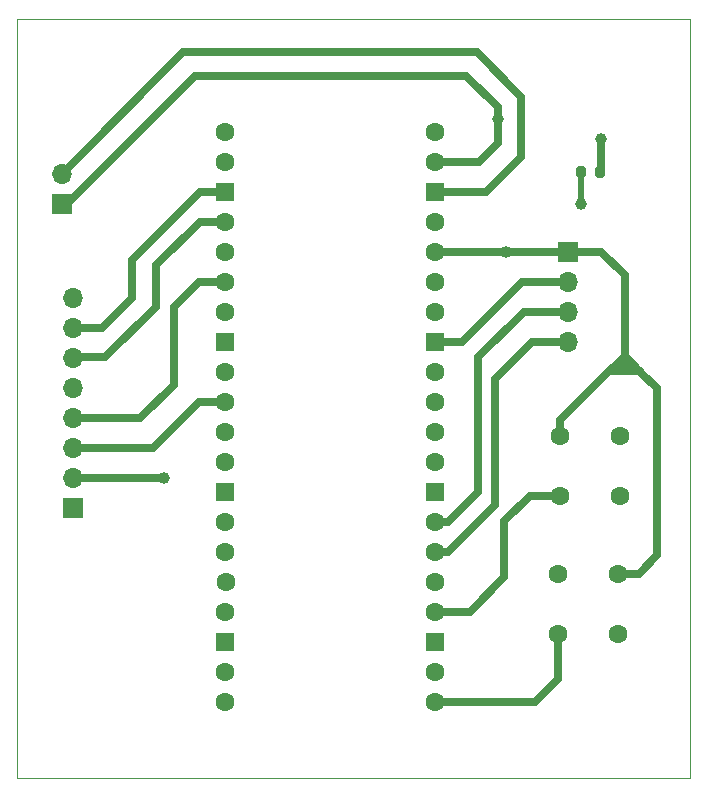
<source format=gbr>
%TF.GenerationSoftware,KiCad,Pcbnew,7.0.10*%
%TF.CreationDate,2024-03-20T10:30:33+05:30*%
%TF.ProjectId,TopSide_PCB,546f7053-6964-4655-9f50-43422e6b6963,rev?*%
%TF.SameCoordinates,Original*%
%TF.FileFunction,Copper,L1,Top*%
%TF.FilePolarity,Positive*%
%FSLAX46Y46*%
G04 Gerber Fmt 4.6, Leading zero omitted, Abs format (unit mm)*
G04 Created by KiCad (PCBNEW 7.0.10) date 2024-03-20 10:30:33*
%MOMM*%
%LPD*%
G01*
G04 APERTURE LIST*
G04 Aperture macros list*
%AMRoundRect*
0 Rectangle with rounded corners*
0 $1 Rounding radius*
0 $2 $3 $4 $5 $6 $7 $8 $9 X,Y pos of 4 corners*
0 Add a 4 corners polygon primitive as box body*
4,1,4,$2,$3,$4,$5,$6,$7,$8,$9,$2,$3,0*
0 Add four circle primitives for the rounded corners*
1,1,$1+$1,$2,$3*
1,1,$1+$1,$4,$5*
1,1,$1+$1,$6,$7*
1,1,$1+$1,$8,$9*
0 Add four rect primitives between the rounded corners*
20,1,$1+$1,$2,$3,$4,$5,0*
20,1,$1+$1,$4,$5,$6,$7,0*
20,1,$1+$1,$6,$7,$8,$9,0*
20,1,$1+$1,$8,$9,$2,$3,0*%
G04 Aperture macros list end*
%TA.AperFunction,SMDPad,CuDef*%
%ADD10RoundRect,0.200000X-0.200000X-0.275000X0.200000X-0.275000X0.200000X0.275000X-0.200000X0.275000X0*%
%TD*%
%TA.AperFunction,ComponentPad*%
%ADD11C,1.600000*%
%TD*%
%TA.AperFunction,ComponentPad*%
%ADD12RoundRect,0.200000X-0.600000X-0.600000X0.600000X-0.600000X0.600000X0.600000X-0.600000X0.600000X0*%
%TD*%
%TA.AperFunction,ComponentPad*%
%ADD13R,1.700000X1.700000*%
%TD*%
%TA.AperFunction,ComponentPad*%
%ADD14O,1.700000X1.700000*%
%TD*%
%TA.AperFunction,ViaPad*%
%ADD15C,1.000000*%
%TD*%
%TA.AperFunction,Conductor*%
%ADD16C,0.700000*%
%TD*%
%TA.AperFunction,Conductor*%
%ADD17C,0.500000*%
%TD*%
%TA.AperFunction,Profile*%
%ADD18C,0.100000*%
%TD*%
G04 APERTURE END LIST*
D10*
%TO.P,R1,1*%
%TO.N,Net-(U1-GP26)*%
X149971244Y-34279042D03*
%TO.P,R1,2*%
%TO.N,Net-(J2-Pin_1)*%
X151621244Y-34279042D03*
%TD*%
D11*
%TO.P,U1,1,GP0*%
%TO.N,unconnected-(U1-GP0-Pad1)*%
X119837200Y-30886400D03*
%TO.P,U1,2,GP1*%
%TO.N,unconnected-(U1-GP1-Pad2)*%
X119837200Y-33426400D03*
D12*
%TO.P,U1,3,GND*%
%TO.N,/GND*%
X119837200Y-35966400D03*
D11*
%TO.P,U1,4,GP2*%
%TO.N,/RST*%
X119837200Y-38506400D03*
%TO.P,U1,5,GP3*%
%TO.N,unconnected-(U1-GP3-Pad5)*%
X119837200Y-41046400D03*
%TO.P,U1,6,GP4*%
%TO.N,/MISO*%
X119837200Y-43586400D03*
%TO.P,U1,7,GP5*%
%TO.N,/SDA*%
X119837200Y-46126400D03*
D12*
%TO.P,U1,8,GND*%
%TO.N,unconnected-(U1-GND-Pad8)*%
X119837200Y-48666400D03*
D11*
%TO.P,U1,9,GP6*%
%TO.N,/SCK*%
X119837200Y-51206400D03*
%TO.P,U1,10,GP7*%
%TO.N,/MOSI*%
X119837200Y-53746400D03*
%TO.P,U1,11,GP8*%
%TO.N,unconnected-(U1-GP8-Pad11)*%
X119837200Y-56286400D03*
%TO.P,U1,12,GP9*%
%TO.N,unconnected-(U1-GP9-Pad12)*%
X119837200Y-58826400D03*
D12*
%TO.P,U1,13,GND*%
%TO.N,unconnected-(U1-GND-Pad13)*%
X119837200Y-61366400D03*
D11*
%TO.P,U1,14,GP10*%
%TO.N,unconnected-(U1-GP10-Pad14)*%
X119837200Y-63906400D03*
%TO.P,U1,15,GP11*%
%TO.N,unconnected-(U1-GP11-Pad15)*%
X119837200Y-66446400D03*
%TO.P,U1,16,GP12*%
%TO.N,unconnected-(U1-GP12-Pad16)*%
X119879081Y-68986400D03*
%TO.P,U1,17,GP13*%
%TO.N,unconnected-(U1-GP13-Pad17)*%
X119837200Y-71526400D03*
D12*
%TO.P,U1,18,GND*%
%TO.N,unconnected-(U1-GND-Pad18)*%
X119837200Y-74066400D03*
D11*
%TO.P,U1,19,GP14*%
%TO.N,unconnected-(U1-GP14-Pad19)*%
X119837200Y-76606400D03*
%TO.P,U1,20,GP15*%
%TO.N,unconnected-(U1-GP15-Pad20)*%
X119837200Y-79146400D03*
%TO.P,U1,21,GP16*%
%TO.N,Net-(U1-GP16)*%
X137617200Y-79146400D03*
%TO.P,U1,22,GP17*%
%TO.N,unconnected-(U1-GP17-Pad22)*%
X137617200Y-76606400D03*
D12*
%TO.P,U1,23,GND*%
%TO.N,unconnected-(U1-GND-Pad23)*%
X137617200Y-74066400D03*
D11*
%TO.P,U1,24,GP18*%
%TO.N,Net-(U1-GP18)*%
X137617200Y-71526400D03*
%TO.P,U1,25,GP19*%
%TO.N,unconnected-(U1-GP19-Pad25)*%
X137617200Y-68986400D03*
%TO.P,U1,26,GP20*%
%TO.N,Net-(U1-GP20)*%
X137617200Y-66446400D03*
%TO.P,U1,27,GP21*%
%TO.N,Net-(U1-GP21)*%
X137617200Y-63906400D03*
D12*
%TO.P,U1,28,GND*%
%TO.N,unconnected-(U1-GND-Pad28)*%
X137617200Y-61366400D03*
D11*
%TO.P,U1,29,GP22*%
%TO.N,unconnected-(U1-GP22-Pad29)*%
X137617200Y-58826400D03*
%TO.P,U1,30,RUN*%
%TO.N,unconnected-(U1-RUN-Pad30)*%
X137617200Y-56286400D03*
%TO.P,U1,31,GP26*%
%TO.N,Net-(U1-GP26)*%
X137617200Y-53746400D03*
%TO.P,U1,32,GP27*%
%TO.N,unconnected-(U1-GP27-Pad32)*%
X137617200Y-51206400D03*
D12*
%TO.P,U1,33,GND*%
%TO.N,Net-(U2-GND)*%
X137617200Y-48666400D03*
D11*
%TO.P,U1,34,GP28*%
%TO.N,unconnected-(U1-GP28-Pad34)*%
X137617200Y-46126400D03*
%TO.P,U1,35,___adc-vref*%
%TO.N,unconnected-(U1-___adc-vref-Pad35)*%
X137617200Y-43586400D03*
%TO.P,U1,36,3V3(OUT)*%
%TO.N,/3V3*%
X137617200Y-41046400D03*
%TO.P,U1,37,3V3_EN*%
%TO.N,unconnected-(U1-3V3_EN-Pad37)*%
X137617200Y-38506400D03*
D12*
%TO.P,U1,38,GND*%
%TO.N,Net-(J2-Pin_2)*%
X137617200Y-35966400D03*
D11*
%TO.P,U1,39,VSYS*%
%TO.N,Net-(J2-Pin_1)*%
X137617200Y-33426400D03*
%TO.P,U1,40,VBUS*%
%TO.N,unconnected-(U1-VBUS-Pad40)*%
X137617200Y-30886400D03*
%TD*%
D13*
%TO.P,U2,1,VCC*%
%TO.N,/3V3*%
X148857600Y-41054000D03*
D14*
%TO.P,U2,2,GND*%
%TO.N,Net-(U2-GND)*%
X148857600Y-43594000D03*
%TO.P,U2,3,SCL*%
%TO.N,Net-(U1-GP21)*%
X148857600Y-46134000D03*
%TO.P,U2,4,SDA*%
%TO.N,Net-(U1-GP20)*%
X148857600Y-48674000D03*
%TD*%
D11*
%TO.P,B2,1,ON*%
%TO.N,unconnected-(B2-ON-Pad1)*%
X148011310Y-68302873D03*
%TO.P,B2,2,OFF*%
%TO.N,Net-(U1-GP16)*%
X148011310Y-73382873D03*
%TO.P,B2,3,OFF*%
%TO.N,unconnected-(B2-OFF-Pad3)*%
X153091310Y-73382873D03*
%TO.P,B2,4,ON*%
%TO.N,/3V3*%
X153091310Y-68302873D03*
%TD*%
D13*
%TO.P,J2,1,Pin_1*%
%TO.N,Net-(J2-Pin_1)*%
X106033200Y-36980000D03*
D14*
%TO.P,J2,2,Pin_2*%
%TO.N,Net-(J2-Pin_2)*%
X106033200Y-34440000D03*
%TD*%
D13*
%TO.P,J1,1,Pin_1*%
%TO.N,/SDA*%
X107000000Y-62780000D03*
D14*
%TO.P,J1,2,Pin_2*%
%TO.N,/SCK*%
X107000000Y-60240000D03*
%TO.P,J1,3,Pin_3*%
%TO.N,/MOSI*%
X107000000Y-57700000D03*
%TO.P,J1,4,Pin_4*%
%TO.N,/MISO*%
X107000000Y-55160000D03*
%TO.P,J1,5,Pin_5*%
%TO.N,/IRQ*%
X107000000Y-52620000D03*
%TO.P,J1,6,Pin_6*%
%TO.N,/RST*%
X107000000Y-50080000D03*
%TO.P,J1,7,Pin_7*%
%TO.N,/GND*%
X107000000Y-47540000D03*
%TO.P,J1,8,Pin_8*%
%TO.N,/3V3*%
X107000000Y-45000000D03*
%TD*%
D11*
%TO.P,B1,1,ON*%
%TO.N,/3V3*%
X148214510Y-56618873D03*
%TO.P,B1,2,OFF*%
%TO.N,Net-(U1-GP18)*%
X148214510Y-61698873D03*
%TO.P,B1,3,OFF*%
%TO.N,unconnected-(B1-OFF-Pad3)*%
X153294510Y-61698873D03*
%TO.P,B1,4,ON*%
%TO.N,unconnected-(B1-ON-Pad4)*%
X153294510Y-56618873D03*
%TD*%
D15*
%TO.N,/3V3*%
X143625200Y-41094800D03*
%TO.N,/SCK*%
X114660000Y-60240000D03*
%TO.N,Net-(J2-Pin_1)*%
X142951205Y-29844086D03*
X151631278Y-31474887D03*
%TO.N,Net-(U1-GP26)*%
X150000000Y-37000000D03*
%TD*%
D16*
%TO.N,/3V3*%
X154522200Y-51177800D02*
X154962200Y-51177800D01*
X154962200Y-51177800D02*
X155092200Y-51307800D01*
X156413200Y-52628800D02*
X155092200Y-51307800D01*
X155092200Y-51307800D02*
X154742200Y-50957800D01*
X154742200Y-50957800D02*
X154522200Y-51177800D01*
X152377800Y-51177800D02*
X148214510Y-55341090D01*
X152927800Y-50627800D02*
X152377800Y-51177800D01*
X154742200Y-50957800D02*
X154442200Y-50657800D01*
X154522200Y-51177800D02*
X152377800Y-51177800D01*
X152927800Y-50627800D02*
X152957800Y-50657800D01*
X154442200Y-50657800D02*
X153670000Y-49885600D01*
X152957800Y-50657800D02*
X154442200Y-50657800D01*
X153670000Y-49885600D02*
X152927800Y-50627800D01*
X156413200Y-66751200D02*
X156413200Y-52628800D01*
X154861527Y-68302873D02*
X156413200Y-66751200D01*
X153091310Y-68302873D02*
X154861527Y-68302873D01*
X148857600Y-41054000D02*
X151681200Y-41054000D01*
X151688800Y-41046400D02*
X153670000Y-43027600D01*
X148850000Y-41046400D02*
X148857600Y-41054000D01*
X148214510Y-55341090D02*
X148214510Y-56618873D01*
X143625200Y-41094800D02*
X143673600Y-41046400D01*
X151681200Y-41054000D02*
X151688800Y-41046400D01*
X137617200Y-41046400D02*
X143576800Y-41046400D01*
X143576800Y-41046400D02*
X143625200Y-41094800D01*
X143673600Y-41046400D02*
X148850000Y-41046400D01*
X153670000Y-43027600D02*
X153670000Y-49885600D01*
%TO.N,Net-(U1-GP18)*%
X143459200Y-68630800D02*
X143459200Y-63855600D01*
X145615927Y-61698873D02*
X148214510Y-61698873D01*
X143459200Y-63855600D02*
X145615927Y-61698873D01*
X140563600Y-71526400D02*
X143459200Y-68630800D01*
X137617200Y-71526400D02*
X140563600Y-71526400D01*
%TO.N,Net-(U1-GP16)*%
X148011310Y-77248602D02*
X148011310Y-73382873D01*
X146113512Y-79146400D02*
X148011310Y-77248602D01*
X137617200Y-79146400D02*
X146113512Y-79146400D01*
%TO.N,/SCK*%
X107000000Y-60240000D02*
X114660000Y-60240000D01*
X114740000Y-60240000D02*
X114660000Y-60240000D01*
%TO.N,/MOSI*%
X117653600Y-53746400D02*
X119837200Y-53746400D01*
X113700000Y-57700000D02*
X117653600Y-53746400D01*
X107000000Y-57700000D02*
X113700000Y-57700000D01*
%TO.N,/MISO*%
X115500000Y-45700000D02*
X115500000Y-52300000D01*
X117613600Y-43586400D02*
X115500000Y-45700000D01*
X119837200Y-43586400D02*
X117613600Y-43586400D01*
X112640000Y-55160000D02*
X107000000Y-55160000D01*
X115500000Y-52300000D02*
X112640000Y-55160000D01*
%TO.N,/RST*%
X114000000Y-42221200D02*
X114000000Y-45700000D01*
X109700000Y-50000000D02*
X107080000Y-50000000D01*
X107080000Y-50000000D02*
X107000000Y-50080000D01*
X114000000Y-45700000D02*
X109700000Y-50000000D01*
X117714800Y-38506400D02*
X114000000Y-42221200D01*
X119837200Y-38506400D02*
X117714800Y-38506400D01*
%TO.N,/GND*%
X109460000Y-47540000D02*
X107000000Y-47540000D01*
X111986740Y-41734060D02*
X111986740Y-45013260D01*
X119837200Y-35966400D02*
X117754400Y-35966400D01*
X111986740Y-45013260D02*
X109460000Y-47540000D01*
X117754400Y-35966400D02*
X111986740Y-41734060D01*
%TO.N,Net-(J2-Pin_1)*%
X117260000Y-26159600D02*
X140272400Y-26159600D01*
X142914000Y-29881291D02*
X142951205Y-29844086D01*
X141336800Y-33426400D02*
X142914000Y-31849200D01*
X151631278Y-34269008D02*
X151621244Y-34279042D01*
X151631278Y-31474887D02*
X151631278Y-34269008D01*
X142914000Y-28801200D02*
X140272400Y-26159600D01*
X137617200Y-33426400D02*
X141336800Y-33426400D01*
X106439600Y-36980000D02*
X106033200Y-36980000D01*
X117260000Y-26159600D02*
X106439600Y-36980000D01*
X142951205Y-29844086D02*
X142914000Y-29806881D01*
X142914000Y-29806881D02*
X142914000Y-28801200D01*
X142914000Y-31849200D02*
X142914000Y-29881291D01*
%TO.N,Net-(J2-Pin_2)*%
X106033200Y-34440000D02*
X116294800Y-24178400D01*
X144895200Y-33017600D02*
X144895200Y-27937600D01*
X141136000Y-24178400D02*
X116294800Y-24178400D01*
X144895200Y-27937600D02*
X141136000Y-24178400D01*
X141946400Y-35966400D02*
X144895200Y-33017600D01*
X137617200Y-35966400D02*
X141946400Y-35966400D01*
%TO.N,Net-(U1-GP20)*%
X145850400Y-48674000D02*
X148857600Y-48674000D01*
X138748570Y-66446400D02*
X142660000Y-62534970D01*
X137617200Y-66446400D02*
X138748570Y-66446400D01*
X142660000Y-51864400D02*
X145850400Y-48674000D01*
X142660000Y-62534970D02*
X142660000Y-51864400D01*
%TO.N,Net-(U1-GP21)*%
X141288400Y-49984800D02*
X145139200Y-46134000D01*
X141288400Y-61366570D02*
X141288400Y-49984800D01*
X137617200Y-63906400D02*
X138748570Y-63906400D01*
X138748570Y-63906400D02*
X141288400Y-61366570D01*
X145139200Y-46134000D02*
X148857600Y-46134000D01*
D17*
%TO.N,Net-(U1-GP26)*%
X150000000Y-37000000D02*
X150000000Y-34307798D01*
X150000000Y-34307798D02*
X149971244Y-34279042D01*
D16*
%TO.N,Net-(U2-GND)*%
X139914400Y-48666400D02*
X144996800Y-43584000D01*
X144996800Y-43584000D02*
X145006800Y-43594000D01*
X137617200Y-48666400D02*
X139914400Y-48666400D01*
X145006800Y-43594000D02*
X148857600Y-43594000D01*
%TD*%
D18*
X102260400Y-21386800D02*
X159207200Y-21386800D01*
X159207200Y-85648800D01*
X102260400Y-85648800D01*
X102260400Y-21386800D01*
M02*

</source>
